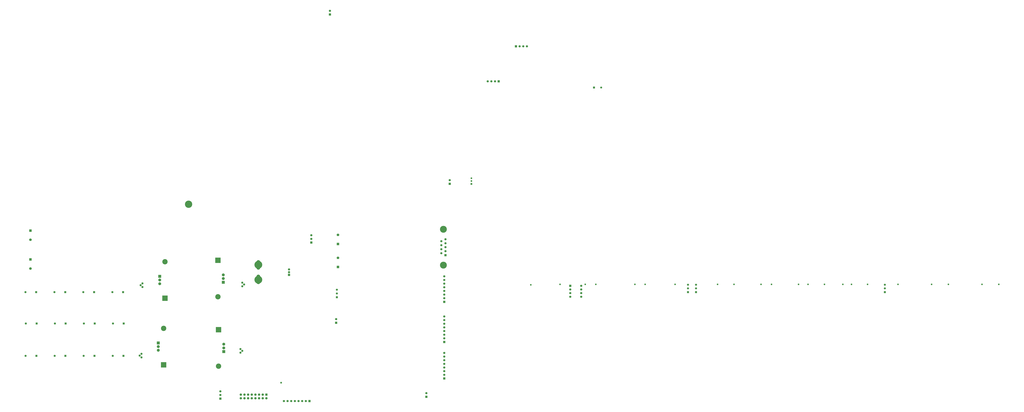
<source format=gbl>
G04*
G04 #@! TF.GenerationSoftware,Altium Limited,Altium Designer,21.5.1 (32)*
G04*
G04 Layer_Physical_Order=2*
G04 Layer_Color=16711680*
%FSLAX43Y43*%
%MOMM*%
G71*
G04*
G04 #@! TF.SameCoordinates,449709A0-46AC-47EF-B127-1EA7B65E703A*
G04*
G04*
G04 #@! TF.FilePolarity,Positive*
G04*
G01*
G75*
%ADD48C,5.400*%
%ADD76C,1.500*%
%ADD77R,1.500X1.500*%
G04:AMPARAMS|DCode=78|XSize=6.6mm|YSize=2.6mm|CornerRadius=1.3mm|HoleSize=0mm|Usage=FLASHONLY|Rotation=90.000|XOffset=0mm|YOffset=0mm|HoleType=Round|Shape=RoundedRectangle|*
%AMROUNDEDRECTD78*
21,1,6.600,0.000,0,0,90.0*
21,1,4.000,2.600,0,0,90.0*
1,1,2.600,0.000,2.000*
1,1,2.600,0.000,-2.000*
1,1,2.600,0.000,-2.000*
1,1,2.600,0.000,2.000*
%
%ADD78ROUNDEDRECTD78*%
%ADD79C,1.450*%
%ADD83R,2.000X2.000*%
%ADD84C,2.000*%
%ADD85R,3.700X3.700*%
%ADD86C,3.700*%
%ADD94R,1.450X1.450*%
%ADD103C,1.800*%
%ADD104R,1.800X1.800*%
%ADD105R,1.500X1.500*%
G04:AMPARAMS|DCode=106|XSize=1.016mm|YSize=1.016mm|CornerRadius=0.254mm|HoleSize=0mm|Usage=FLASHONLY|Rotation=90.000|XOffset=0mm|YOffset=0mm|HoleType=Round|Shape=RoundedRectangle|*
%AMROUNDEDRECTD106*
21,1,1.016,0.508,0,0,90.0*
21,1,0.508,1.016,0,0,90.0*
1,1,0.508,0.254,0.254*
1,1,0.508,0.254,-0.254*
1,1,0.508,-0.254,-0.254*
1,1,0.508,-0.254,0.254*
%
%ADD106ROUNDEDRECTD106*%
%ADD107C,1.400*%
%ADD108R,1.400X1.400*%
%ADD109C,1.200*%
%ADD110R,1.200X1.200*%
%ADD111R,1.500X1.500*%
%ADD112C,1.650*%
%ADD113R,1.650X1.650*%
%ADD114C,4.800*%
%ADD115R,1.500X1.500*%
%ADD116C,1.350*%
%ADD117R,1.350X1.350*%
%ADD118C,5.080*%
%ADD119C,0.254*%
%ADD120C,0.508*%
%ADD121C,1.270*%
D48*
X195580Y122367D02*
D03*
Y112018D02*
D03*
D76*
X169164Y31750D02*
D03*
Y34290D02*
D03*
X420116Y107707D02*
D03*
Y105167D02*
D03*
Y102627D02*
D03*
Y100087D02*
D03*
X412496Y105167D02*
D03*
Y102627D02*
D03*
Y100087D02*
D03*
X216980Y119178D02*
D03*
Y117268D02*
D03*
X232410Y140462D02*
D03*
Y143002D02*
D03*
X328676Y181356D02*
D03*
X324866Y58431D02*
D03*
Y55891D02*
D03*
Y60971D02*
D03*
Y50811D02*
D03*
Y53351D02*
D03*
Y45731D02*
D03*
Y48271D02*
D03*
Y111771D02*
D03*
Y109231D02*
D03*
Y114311D02*
D03*
Y104151D02*
D03*
Y106691D02*
D03*
Y99071D02*
D03*
Y101611D02*
D03*
Y83831D02*
D03*
Y81291D02*
D03*
Y86371D02*
D03*
Y76211D02*
D03*
Y78751D02*
D03*
Y71131D02*
D03*
Y73671D02*
D03*
X223520Y27443D02*
D03*
X226060D02*
D03*
X220980D02*
D03*
X228600D02*
D03*
X215900D02*
D03*
X213360D02*
D03*
X218440D02*
D03*
X245389Y299251D02*
D03*
X249682Y84582D02*
D03*
X325726Y140171D02*
D03*
Y134631D02*
D03*
Y131861D02*
D03*
Y137401D02*
D03*
X322886Y136016D02*
D03*
Y138786D02*
D03*
Y133246D02*
D03*
Y130476D02*
D03*
X382397Y274574D02*
D03*
X379857D02*
D03*
X377317D02*
D03*
X355092Y250190D02*
D03*
X357632D02*
D03*
X360172D02*
D03*
X312420Y33020D02*
D03*
D77*
X169164Y29210D02*
D03*
X216980Y115358D02*
D03*
X232410Y137922D02*
D03*
X328676Y178816D02*
D03*
X324866Y43191D02*
D03*
Y96531D02*
D03*
Y68591D02*
D03*
X325726Y129091D02*
D03*
X312420Y30480D02*
D03*
D78*
X195580Y122268D02*
D03*
Y112268D02*
D03*
D79*
X184404Y62484D02*
D03*
X183134Y63754D02*
D03*
Y61214D02*
D03*
X185690Y108707D02*
D03*
X184420Y109977D02*
D03*
Y107437D02*
D03*
X114316Y60457D02*
D03*
X113046Y59187D02*
D03*
X114316Y57917D02*
D03*
X115046Y109479D02*
D03*
X113776Y108209D02*
D03*
X115046Y106939D02*
D03*
X33640Y103378D02*
D03*
X53833D02*
D03*
X73899D02*
D03*
X94092D02*
D03*
X33915Y81500D02*
D03*
X54108D02*
D03*
X74301D02*
D03*
X94494D02*
D03*
X33767Y58980D02*
D03*
X53960D02*
D03*
X74153D02*
D03*
X94346D02*
D03*
D83*
X171589Y61966D02*
D03*
X171196Y110236D02*
D03*
X126029Y67933D02*
D03*
X127000Y114320D02*
D03*
D84*
X171589Y67066D02*
D03*
Y64516D02*
D03*
X171196Y115336D02*
D03*
Y112786D02*
D03*
X126029Y65383D02*
D03*
Y62833D02*
D03*
X127000Y111770D02*
D03*
Y109220D02*
D03*
D85*
X167894Y77216D02*
D03*
X167501Y125486D02*
D03*
X129725Y52683D02*
D03*
X130695Y99070D02*
D03*
D86*
X167894Y51816D02*
D03*
X167501Y100086D02*
D03*
X129725Y78083D02*
D03*
X130695Y124470D02*
D03*
D94*
X41140Y103378D02*
D03*
X61333D02*
D03*
X81399D02*
D03*
X101592D02*
D03*
X41415Y81500D02*
D03*
X61608D02*
D03*
X81801D02*
D03*
X101994D02*
D03*
X41267Y58980D02*
D03*
X61460D02*
D03*
X81653D02*
D03*
X101846D02*
D03*
D103*
X37084Y139827D02*
D03*
X250952Y143256D02*
D03*
Y127254D02*
D03*
X37084Y119761D02*
D03*
D104*
Y146177D02*
D03*
X250952Y136906D02*
D03*
Y120904D02*
D03*
X37084Y126111D02*
D03*
D105*
X412496Y107707D02*
D03*
X231140Y27443D02*
D03*
D106*
X385064Y108458D02*
D03*
X405384Y108723D02*
D03*
X422910D02*
D03*
X430276D02*
D03*
X457454D02*
D03*
X464566D02*
D03*
X485394D02*
D03*
X514985D02*
D03*
X526415D02*
D03*
X545211D02*
D03*
X552450D02*
D03*
X571246D02*
D03*
X577850D02*
D03*
X589280D02*
D03*
X602107D02*
D03*
X608076D02*
D03*
X619252D02*
D03*
X640461D02*
D03*
X663829D02*
D03*
X675513D02*
D03*
X698881D02*
D03*
X710565D02*
D03*
D107*
X499999Y105929D02*
D03*
Y108529D02*
D03*
X494411Y105929D02*
D03*
Y108529D02*
D03*
X631317Y105929D02*
D03*
Y108529D02*
D03*
X250190Y102422D02*
D03*
Y105022D02*
D03*
D108*
X499999Y103329D02*
D03*
X494411D02*
D03*
X631317D02*
D03*
X250190Y99822D02*
D03*
D109*
X343773Y180689D02*
D03*
Y182689D02*
D03*
D110*
Y178689D02*
D03*
D111*
X245389Y296711D02*
D03*
X249682Y82042D02*
D03*
D112*
X196088Y32004D02*
D03*
X198628D02*
D03*
X193548D02*
D03*
X191008D02*
D03*
X188468D02*
D03*
X201168Y29464D02*
D03*
X193548D02*
D03*
X191008D02*
D03*
X198628D02*
D03*
X196088D02*
D03*
X185928D02*
D03*
Y32004D02*
D03*
X183388D02*
D03*
Y29464D02*
D03*
X188468D02*
D03*
D113*
X201168Y32004D02*
D03*
D114*
X324306Y147131D02*
D03*
Y122131D02*
D03*
D115*
X374777Y274574D02*
D03*
X362712Y250190D02*
D03*
D116*
X434046Y245866D02*
D03*
D117*
X429046D02*
D03*
D118*
X147066Y164592D02*
D03*
D119*
X211430Y40259D02*
D03*
D03*
D120*
D03*
D121*
D03*
D03*
M02*

</source>
